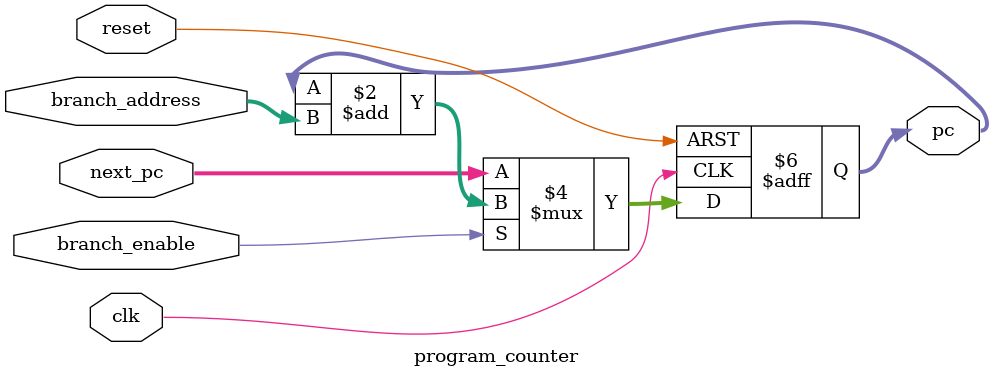
<source format=v>
module program_counter (
    input clk,                      // Clock signal
    input reset,                    // Reset signal
    input branch_enable,            // Branch enable signal
    input [9:0] branch_address,     // Branch address
    input [9:0] next_pc,            // Next PC value for JALR
    output reg [9:0] pc             // Program counter
);

    // Program counter logic
    always @(posedge clk or posedge reset) begin
        if (reset) begin
            pc <= 10'b0; // Reset PC to 0
        end else if (branch_enable) begin
            pc <= pc + branch_address; // Branch to address
        end else begin
            pc <= next_pc; // Set PC to next_pc
        end
    end

endmodule

</source>
